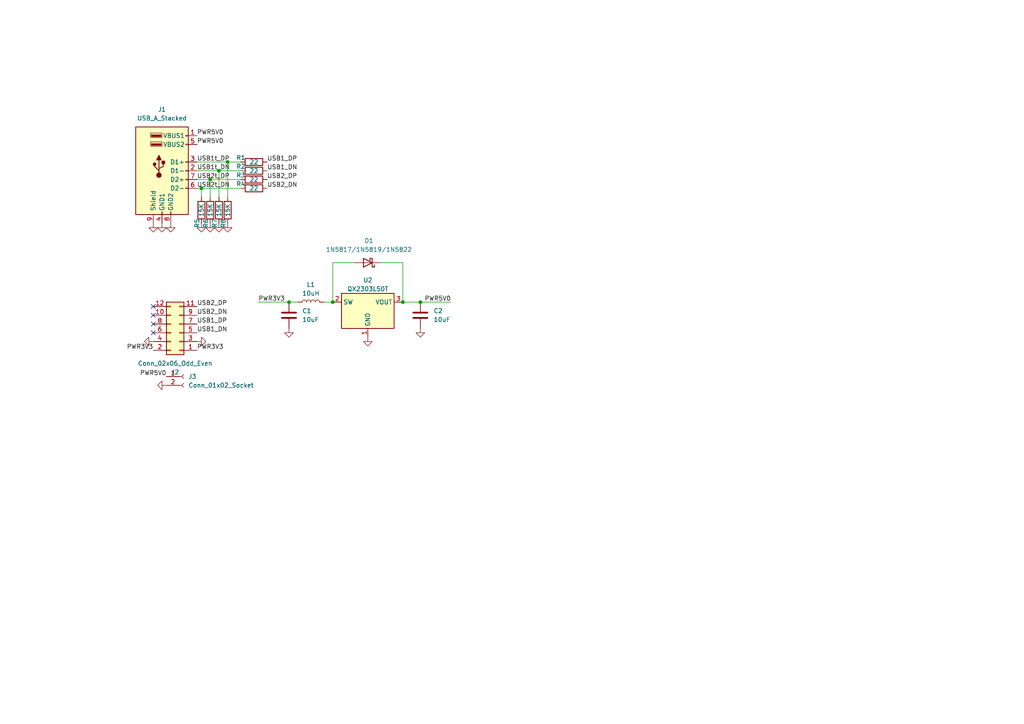
<source format=kicad_sch>
(kicad_sch (version 20230121) (generator eeschema)
  (paper "A4")
  (lib_symbols
    (symbol "Connector:Conn_01x02_Socket" (pin_names (offset 1.016) hide)
      (property "Reference" "J" (at 0 2.54 0))
      (property "Value" "Conn_01x02_Socket" (at 0 -5.08 0))
      (symbol "Conn_01x02_Socket_1_1"
        (arc (start 0 -2.032) (mid -0.5058 -2.54) (end 0 -3.048) (stroke (width 0.1524)))
        (polyline (pts (xy -1.27 -2.54) (xy -0.508 -2.54)) (stroke (width 0.1524)))
        (polyline (pts (xy -1.27 0) (xy -0.508 0)) (stroke (width 0.1524)))
        (arc (start 0 0.508) (mid -0.5058 0) (end 0 -0.508) (stroke (width 0.1524)))
        (pin passive line (at -5.08 0 0) (length 3.81) (name "Pin_1") (number "1"))
        (pin passive line (at -5.08 -2.54 0) (length 3.81) (name "Pin_2") (number "2"))
      )
    )
    (symbol "Connector:USB_A_Stacked" (pin_names (offset 1.016))
      (property "Reference" "J" (at 0 15.875 0))
      (property "Value" "USB_A_Stacked" (at 0 13.97 0))
      (symbol "USB_A_Stacked_0_1"
        (rectangle (start -7.62 12.7) (end 7.62 -12.7) (stroke (width 0.254)) (fill (type background)))
        (circle (center -2.159 1.905) (radius 0.381) (stroke (width 0.254)) (fill (type outline)))
        (circle (center -0.889 -1.27) (radius 0.635) (stroke (width 0.254)) (fill (type outline)))
        (rectangle (start -0.254 7.366) (end -3.048 7.874) (fill (type outline)))
        (rectangle (start -0.254 9.906) (end -3.048 10.414) (fill (type outline)))
        (rectangle (start -0.127 -12.7) (end 0.127 -11.938))
        (polyline (pts (xy -1.524 3.175) (xy -0.254 3.175) (xy -0.889 4.445) (xy -1.524 3.175)) (stroke (width 0.254)) (fill (type outline)))
        (polyline (pts (xy -0.889 -0.635) (xy -0.889 0) (xy -2.159 1.27) (xy -2.159 1.905)) (stroke (width 0.254)))
        (polyline (pts (xy -0.889 0) (xy -0.889 0.635) (xy 0.381 1.27) (xy 0.381 2.54)) (stroke (width 0.254)))
        (rectangle (start 0 2.794) (end 0.762 2.032) (stroke (width 0.254)) (fill (type outline)))
        (rectangle (start 0 7.112) (end -3.302 8.382))
        (rectangle (start 0 9.652) (end -3.302 10.922))
        (rectangle (start 2.413 -12.7) (end 2.667 -11.938))
        (rectangle (start 7.62 -5.207) (end 6.858 -4.953))
        (rectangle (start 7.62 -2.667) (end 6.858 -2.413))
        (rectangle (start 7.62 -0.127) (end 6.858 0.127))
        (rectangle (start 7.62 2.413) (end 6.858 2.667))
        (rectangle (start 7.62 7.493) (end 6.858 7.747))
        (rectangle (start 7.62 10.033) (end 6.858 10.287))
      )
      (symbol "USB_A_Stacked_1_1"
        (polyline (pts (xy -0.889 0.635) (xy -0.889 3.175)) (stroke (width 0.254)))
        (pin power_in line (at 10.16 10.16 180) (length 2.54) (name "VBUS1") (number "1"))
        (pin bidirectional line (at 10.16 0 180) (length 2.54) (name "D1-") (number "2"))
        (pin bidirectional line (at 10.16 2.54 180) (length 2.54) (name "D1+") (number "3"))
        (pin power_in line (at 0 -15.24 90) (length 2.54) (name "GND1") (number "4"))
        (pin power_in line (at 10.16 7.62 180) (length 2.54) (name "VBUS2") (number "5"))
        (pin bidirectional line (at 10.16 -5.08 180) (length 2.54) (name "D2-") (number "6"))
        (pin bidirectional line (at 10.16 -2.54 180) (length 2.54) (name "D2+") (number "7"))
        (pin power_in line (at 2.54 -15.24 90) (length 2.54) (name "GND2") (number "8"))
        (pin passive line (at -2.54 -15.24 90) (length 2.54) (name "Shield") (number "9"))
      )
    )
    (symbol "Connector_Generic:Conn_02x06_Odd_Even" (pin_names (offset 1.016) hide)
      (property "Reference" "J" (at 1.27 7.62 0))
      (property "Value" "Conn_02x06_Odd_Even" (at 1.27 -10.16 0))
      (symbol "Conn_02x06_Odd_Even_1_1"
        (rectangle (start -1.27 -7.493) (end 0 -7.747) (stroke (width 0.1524)))
        (rectangle (start -1.27 -4.953) (end 0 -5.207) (stroke (width 0.1524)))
        (rectangle (start -1.27 -2.413) (end 0 -2.667) (stroke (width 0.1524)))
        (rectangle (start -1.27 0.127) (end 0 -0.127) (stroke (width 0.1524)))
        (rectangle (start -1.27 2.667) (end 0 2.413) (stroke (width 0.1524)))
        (rectangle (start -1.27 5.207) (end 0 4.953) (stroke (width 0.1524)))
        (rectangle (start -1.27 6.35) (end 3.81 -8.89) (stroke (width 0.254)) (fill (type background)))
        (rectangle (start 3.81 -7.493) (end 2.54 -7.747) (stroke (width 0.1524)))
        (rectangle (start 3.81 -4.953) (end 2.54 -5.207) (stroke (width 0.1524)))
        (rectangle (start 3.81 -2.413) (end 2.54 -2.667) (stroke (width 0.1524)))
        (rectangle (start 3.81 0.127) (end 2.54 -0.127) (stroke (width 0.1524)))
        (rectangle (start 3.81 2.667) (end 2.54 2.413) (stroke (width 0.1524)))
        (rectangle (start 3.81 5.207) (end 2.54 4.953) (stroke (width 0.1524)))
        (pin passive line (at -5.08 5.08 0) (length 3.81) (name "Pin_1") (number "1"))
        (pin passive line (at 7.62 -5.08 180) (length 3.81) (name "Pin_10") (number "10"))
        (pin passive line (at -5.08 -7.62 0) (length 3.81) (name "Pin_11") (number "11"))
        (pin passive line (at 7.62 -7.62 180) (length 3.81) (name "Pin_12") (number "12"))
        (pin passive line (at 7.62 5.08 180) (length 3.81) (name "Pin_2") (number "2"))
        (pin passive line (at -5.08 2.54 0) (length 3.81) (name "Pin_3") (number "3"))
        (pin passive line (at 7.62 2.54 180) (length 3.81) (name "Pin_4") (number "4"))
        (pin passive line (at -5.08 0 0) (length 3.81) (name "Pin_5") (number "5"))
        (pin passive line (at 7.62 0 180) (length 3.81) (name "Pin_6") (number "6"))
        (pin passive line (at -5.08 -2.54 0) (length 3.81) (name "Pin_7") (number "7"))
        (pin passive line (at 7.62 -2.54 180) (length 3.81) (name "Pin_8") (number "8"))
        (pin passive line (at -5.08 -5.08 0) (length 3.81) (name "Pin_9") (number "9"))
      )
    )
    (symbol "Device:C" (pin_numbers hide) (pin_names (offset 0.254))
      (property "Reference" "C" (at 0.635 2.54 0))
      (property "Value" "C" (at 0.635 -2.54 0))
      (symbol "C_0_1"
        (polyline (pts (xy -2.032 -0.762) (xy 2.032 -0.762)) (stroke (width 0.508)))
        (polyline (pts (xy -2.032 0.762) (xy 2.032 0.762)) (stroke (width 0.508)))
      )
      (symbol "C_1_1"
        (pin passive line (at 0 3.81 270) (length 2.794) (name "~") (number "1"))
        (pin passive line (at 0 -3.81 90) (length 2.794) (name "~") (number "2"))
      )
    )
    (symbol "Device:L" (pin_numbers hide) (pin_names (offset 1.016) hide)
      (property "Reference" "L" (at -1.27 0 90))
      (property "Value" "L" (at 1.905 0 90))
      (symbol "L_0_1"
        (arc (start 0 -2.54) (mid 0.6323 -1.905) (end 0 -1.27))
        (arc (start 0 -1.27) (mid 0.6323 -0.635) (end 0 0))
        (arc (start 0 0) (mid 0.6323 0.635) (end 0 1.27))
        (arc (start 0 1.27) (mid 0.6323 1.905) (end 0 2.54))
      )
      (symbol "L_1_1"
        (pin passive line (at 0 3.81 270) (length 1.27) (name "1") (number "1"))
        (pin passive line (at 0 -3.81 90) (length 1.27) (name "2") (number "2"))
      )
    )
    (symbol "Device:R" (pin_numbers hide) (pin_names (offset 0))
      (property "Reference" "R" (at 2.032 0 90))
      (property "Value" "R" (at 0 0 90))
      (symbol "R_0_1"
        (rectangle (start -1.016 -2.54) (end 1.016 2.54) (stroke (width 0.254)))
      )
      (symbol "R_1_1"
        (pin passive line (at 0 3.81 270) (length 1.27) (name "~") (number "1"))
        (pin passive line (at 0 -3.81 90) (length 1.27) (name "~") (number "2"))
      )
    )
    (symbol "Diode:1N5822" (pin_numbers hide) (pin_names (offset 1.016) hide)
      (property "Reference" "D" (at 0 2.54 0))
      (property "Value" "1N5822" (at 0 -2.54 0))
      (symbol "1N5822_0_1"
        (polyline (pts (xy 1.27 0) (xy -1.27 0)))
        (polyline (pts (xy 1.27 1.27) (xy 1.27 -1.27) (xy -1.27 0) (xy 1.27 1.27)) (stroke (width 0.254)))
        (polyline (pts (xy -1.905 0.635) (xy -1.905 1.27) (xy -1.27 1.27) (xy -1.27 -1.27) (xy -0.635 -1.27) (xy -0.635 -0.635)) (stroke (width 0.254)))
      )
      (symbol "1N5822_1_1"
        (pin passive line (at -3.81 0 0) (length 2.54) (name "K") (number "1"))
        (pin passive line (at 3.81 0 180) (length 2.54) (name "A") (number "2"))
      )
    )
    (symbol "Regulator_Switching:TPS61322DBZ"
      (property "Reference" "U" (at -7.62 6.35 0))
      (property "Value" "TPS61322DBZ" (at 2.54 6.35 0))
      (symbol "TPS61322DBZ_0_1"
        (rectangle (start -7.62 5.08) (end 7.62 -5.08) (stroke (width 0.254)) (fill (type background)))
      )
      (symbol "TPS61322DBZ_1_1"
        (pin power_in line (at 0 -7.62 90) (length 2.54) (name "GND") (number "1"))
        (pin power_in line (at -10.16 2.54 0) (length 2.54) (name "SW") (number "2"))
        (pin power_out line (at 10.16 2.54 180) (length 2.54) (name "VOUT") (number "3"))
      )
    )
    (symbol "power:GND" (power) (pin_names (offset 0))
      (property "Value" "GND" (at 0 -3.81 0))
      (symbol "GND_0_1"
        (polyline (pts (xy 0 0) (xy 0 -1.27) (xy 1.27 -1.27) (xy 0 -2.54) (xy -1.27 -1.27) (xy 0 -1.27)))
      )
      (symbol "GND_1_1"
        (pin power_in line (at 0 0 270) (length 0) hide (name "GND") (number "1"))
      )
    )
  )
  (junction (at 83.82 87.63))
  (junction (at 116.84 87.63))
  (junction (at 96.52 87.63))
  (junction (at 66.04 46.99))
  (junction (at 121.92 87.63))
  (junction (at 63.5 49.53))
  (junction (at 58.42 54.61))
  (junction (at 60.96 52.07))
  (no_connect (at 44.45 93.98))
  (no_connect (at 44.45 91.44))
  (no_connect (at 44.45 96.52))
  (no_connect (at 44.45 88.9))
  (wire (pts (xy 96.52 87.63) (xy 93.98 87.63)))
  (wire (pts (xy 58.42 54.61) (xy 58.42 57.15)))
  (wire (pts (xy 63.5 49.53) (xy 63.5 57.15)))
  (wire (pts (xy 116.84 76.2) (xy 116.84 87.63)))
  (wire (pts (xy 66.04 46.99) (xy 69.85 46.99)))
  (wire (pts (xy 57.15 52.07) (xy 60.96 52.07)))
  (wire (pts (xy 63.5 49.53) (xy 69.85 49.53)))
  (wire (pts (xy 116.84 87.63) (xy 121.92 87.63)))
  (wire (pts (xy 74.93 87.63) (xy 83.82 87.63)))
  (wire (pts (xy 57.15 49.53) (xy 63.5 49.53)))
  (wire (pts (xy 60.96 52.07) (xy 69.85 52.07)))
  (wire (pts (xy 121.92 87.63) (xy 130.81 87.63)))
  (wire (pts (xy 57.15 46.99) (xy 66.04 46.99)))
  (wire (pts (xy 110.49 76.2) (xy 116.84 76.2)))
  (wire (pts (xy 96.52 76.2) (xy 96.52 87.63)))
  (wire (pts (xy 60.96 52.07) (xy 60.96 57.15)))
  (wire (pts (xy 57.15 54.61) (xy 58.42 54.61)))
  (wire (pts (xy 83.82 87.63) (xy 86.36 87.63)))
  (wire (pts (xy 102.87 76.2) (xy 96.52 76.2)))
  (wire (pts (xy 66.04 46.99) (xy 66.04 57.15)))
  (wire (pts (xy 58.42 54.61) (xy 69.85 54.61)))
  (label "USB2_DN" (at 57.15 91.44 0))
  (label "USB2_DP" (at 57.15 88.9 0))
  (label "PWR5V0" (at 57.15 41.91 0))
  (label "USB1_DN" (at 77.47 49.53 0))
  (label "PWR5V0" (at 48.26 109.22 180))
  (label "USB1_DP" (at 77.47 46.99 0))
  (label "USB2_DP" (at 77.47 52.07 0))
  (label "USB1_DP" (at 57.15 93.98 0))
  (label "PWR3V3" (at 74.93 87.63 0))
  (label "USB1t_DN" (at 57.15 49.53 0))
  (label "USB2_DN" (at 77.47 54.61 0))
  (label "USB1t_DP" (at 57.15 46.99 0))
  (label "USB2t_DN" (at 57.15 54.61 0))
  (label "PWR3V3" (at 57.15 101.6 0))
  (label "USB1_DN" (at 57.15 96.52 0))
  (label "PWR5V0" (at 57.15 39.37 0))
  (label "USB2t_DP" (at 57.15 52.07 0))
  (label "PWR3V3" (at 44.45 101.6 180))
  (label "PWR5V0" (at 130.81 87.63 180))
  (symbol (lib_id "power:GND") (at 57.15 99.06 90) (unit 1)
    (property "Reference" "#PWR08" (effects hide))
    (property "Value" "GND" (effects hide))
  )
  (symbol (lib_id "Connector:Conn_01x02_Socket") (at 53.34 109.22 0) (unit 1)
    (property "Reference" "J3" (at 54.61 109.22 0) (effects (justify left)))
    (property "Value" "Conn_01x02_Socket" (at 54.61 111.76 0) (effects (justify left)))
    (property "Footprint" "Connector_PinSocket_2.54mm:PinSocket_1x02_P2.54mm_Vertical" (effects hide))
  )
  (symbol (lib_id "Device:L") (at 90.17 87.63 90) (unit 1)
    (property "Reference" "L1" (at 90.17 82.55 90))
    (property "Value" "10uH" (at 90.17 85.09 90))
    (property "Footprint" "Inductor_SMD:L_0603_1608Metric" (effects hide))
  )
  (symbol (lib_id "power:GND") (at 44.45 99.06 270) (unit 1)
    (property "Reference" "#PWR09" (effects hide))
    (property "Value" "GND" (effects hide))
  )
  (symbol (lib_id "power:GND") (at 83.82 95.25 0) (unit 1)
    (property "Reference" "#PWR012" (effects hide))
    (property "Value" "GND" (effects hide))
  )
  (symbol (lib_id "Device:C") (at 83.82 91.44 0) (unit 1)
    (property "Reference" "C1" (at 87.63 90.17 0) (effects (justify left)))
    (property "Value" "10uF" (at 87.63 92.71 0) (effects (justify left)))
    (property "Footprint" "Capacitor_SMD:C_0402_1005Metric" (effects hide))
  )
  (symbol (lib_id "power:GND") (at 58.42 64.77 0) (unit 1)
    (property "Reference" "#PWR01" (effects hide))
    (property "Value" "GND" (effects hide))
  )
  (symbol (lib_id "Device:R") (at 73.66 52.07 90) (unit 1)
    (property "Reference" "R3" (at 69.85 50.8 90))
    (property "Value" "22" (at 73.66 52.07 90))
    (property "Footprint" "Resistor_SMD:R_0402_1005Metric" (effects hide))
  )
  (symbol (lib_id "power:GND") (at 66.04 64.77 0) (unit 1)
    (property "Reference" "#PWR04" (effects hide))
    (property "Value" "GND" (effects hide))
  )
  (symbol (lib_id "power:GND") (at 49.53 64.77 0) (unit 1)
    (property "Reference" "#PWR07" (effects hide))
    (property "Value" "GND" (effects hide))
  )
  (symbol (lib_id "power:GND") (at 46.99 64.77 0) (unit 1)
    (property "Reference" "#PWR06" (effects hide))
    (property "Value" "GND" (effects hide))
  )
  (symbol (lib_id "power:GND") (at 121.92 95.25 0) (unit 1)
    (property "Reference" "#PWR011" (effects hide))
    (property "Value" "GND" (effects hide))
  )
  (symbol (lib_id "Connector:USB_A_Stacked") (at 46.99 49.53 0) (unit 1)
    (property "Reference" "J1" (at 46.99 31.75 0))
    (property "Value" "USB_A_Stacked" (at 46.99 34.29 0))
    (property "Footprint" "Connector_USB:USB_A_Wuerth_61400826021_Horizontal_Stacked" (effects hide))
    (property "Datasheet" " ~" (effects hide))
  )
  (symbol (lib_id "Diode:1N5822") (at 106.68 76.2 180) (unit 1)
    (property "Reference" "D1" (at 106.9975 69.85 0))
    (property "Value" "1N5817/1N5819/1N5822" (at 106.9975 72.39 0))
    (property "Footprint" "Diode_SMD:D_0402_1005Metric" (effects hide))
    (property "Datasheet" "http://www.vishay.com/docs/88526/1n5820.pdf" (effects hide))
  )
  (symbol (lib_id "Connector_Generic:Conn_02x06_Odd_Even") (at 52.07 96.52 180) (unit 1)
    (property "Reference" "J2" (at 50.8 107.95 0))
    (property "Value" "Conn_02x06_Odd_Even" (at 50.8 105.41 0))
    (property "Footprint" "Connector_PinHeader_2.54mm:PinHeader_2x06_P2.54mm_Horizontal" (effects hide))
  )
  (symbol (lib_id "Device:R") (at 63.5 60.96 180) (unit 1)
    (property "Reference" "R7" (at 62.23 64.77 90))
    (property "Value" "15K" (at 63.5 60.96 90))
    (property "Footprint" "Resistor_SMD:R_0402_1005Metric" (effects hide))
  )
  (symbol (lib_id "Regulator_Switching:TPS61322DBZ") (at 106.68 90.17 0) (unit 1)
    (property "Reference" "U2" (at 106.68 81.28 0))
    (property "Value" "QX2303L50T" (at 106.68 83.82 0))
    (property "Footprint" "Package_TO_SOT_SMD:SOT-23" (effects hide))
    (property "Datasheet" "http://www.ti.com/lit/ds/symlink/tps61322.pdf" (effects hide))
  )
  (symbol (lib_id "power:GND") (at 48.26 111.76 270) (unit 1)
    (property "Reference" "#PWR013" (effects hide))
    (property "Value" "GND" (effects hide))
  )
  (symbol (lib_id "Device:C") (at 121.92 91.44 0) (unit 1)
    (property "Reference" "C2" (at 125.73 90.17 0) (effects (justify left)))
    (property "Value" "10uF" (at 125.73 92.71 0) (effects (justify left)))
    (property "Footprint" "Capacitor_SMD:C_0402_1005Metric" (effects hide))
  )
  (symbol (lib_id "Device:R") (at 73.66 46.99 90) (unit 1)
    (property "Reference" "R1" (at 69.85 45.72 90))
    (property "Value" "22" (at 73.66 46.99 90))
    (property "Footprint" "Resistor_SMD:R_0402_1005Metric" (effects hide))
  )
  (symbol (lib_id "Device:R") (at 73.66 49.53 90) (unit 1)
    (property "Reference" "R2" (at 69.85 48.26 90))
    (property "Value" "22" (at 73.66 49.53 90))
    (property "Footprint" "Resistor_SMD:R_0402_1005Metric" (effects hide))
  )
  (symbol (lib_id "Device:R") (at 60.96 60.96 180) (unit 1)
    (property "Reference" "R6" (at 59.69 64.77 90))
    (property "Value" "15K" (at 60.96 60.96 90))
    (property "Footprint" "Resistor_SMD:R_0402_1005Metric" (effects hide))
  )
  (symbol (lib_id "Device:R") (at 66.04 60.96 180) (unit 1)
    (property "Reference" "R8" (at 64.77 64.77 90))
    (property "Value" "15K" (at 66.04 60.96 90))
    (property "Footprint" "Resistor_SMD:R_0402_1005Metric" (effects hide))
  )
  (symbol (lib_id "power:GND") (at 60.96 64.77 0) (unit 1)
    (property "Reference" "#PWR02" (effects hide))
    (property "Value" "GND" (effects hide))
  )
  (symbol (lib_id "power:GND") (at 44.45 64.77 0) (unit 1)
    (property "Reference" "#PWR05" (effects hide))
    (property "Value" "GND" (effects hide))
  )
  (symbol (lib_id "power:GND") (at 63.5 64.77 0) (unit 1)
    (property "Reference" "#PWR03" (effects hide))
    (property "Value" "GND" (effects hide))
  )
  (symbol (lib_id "Device:R") (at 58.42 60.96 180) (unit 1)
    (property "Reference" "R5" (at 57.15 64.77 90))
    (property "Value" "15K" (at 58.42 60.96 90))
    (property "Footprint" "Resistor_SMD:R_0402_1005Metric" (effects hide))
  )
  (symbol (lib_id "power:GND") (at 106.68 97.79 0) (unit 1)
    (property "Reference" "#PWR010" (effects hide))
    (property "Value" "GND" (effects hide))
  )
  (symbol (lib_id "Device:R") (at 73.66 54.61 90) (unit 1)
    (property "Reference" "R4" (at 69.85 53.34 90))
    (property "Value" "22" (at 73.66 54.61 90))
    (property "Footprint" "Resistor_SMD:R_0402_1005Metric" (effects hide))
  )
)
</source>
